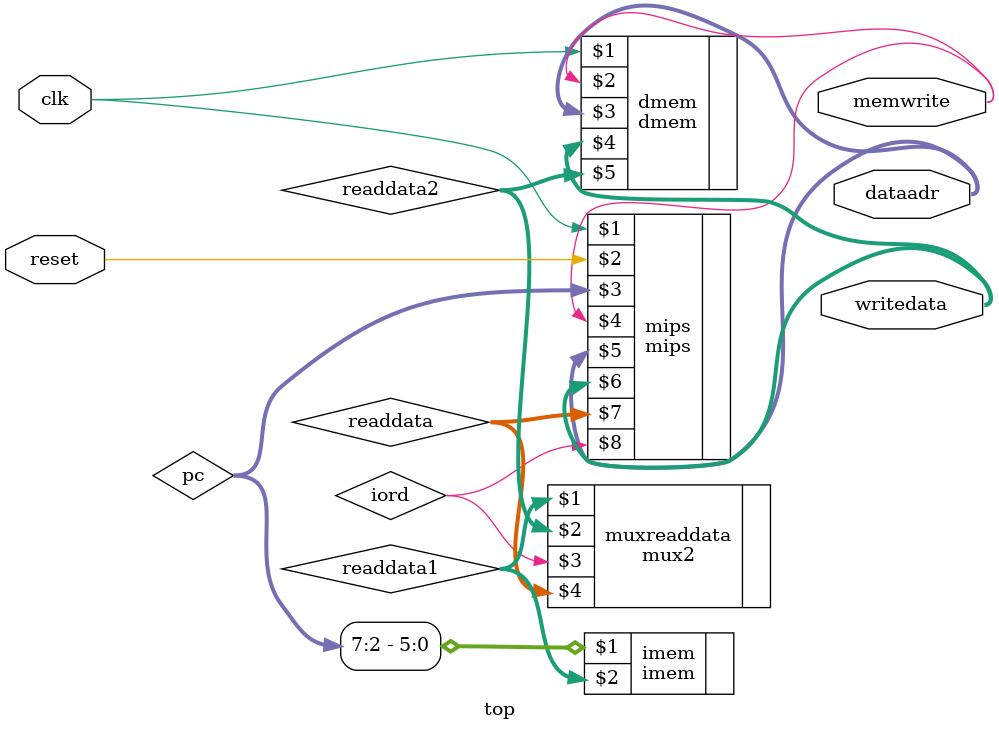
<source format=sv>
`timescale 1ns / 1ps


module top(input clk,reset,
           output [31:0] writedata,dataadr,
           output memwrite
          );
wire [31:0] pc,readdata1,readdata2;
reg [31:0] readdata;
logic iord;

mips mips(clk,reset,pc,memwrite,dataadr,writedata,readdata,iord);
imem imem(pc[7:2],readdata1);
dmem dmem(clk,memwrite,dataadr,writedata,readdata2);
mux2#(32) muxreaddata(readdata1,readdata2,iord,readdata);

endmodule

</source>
